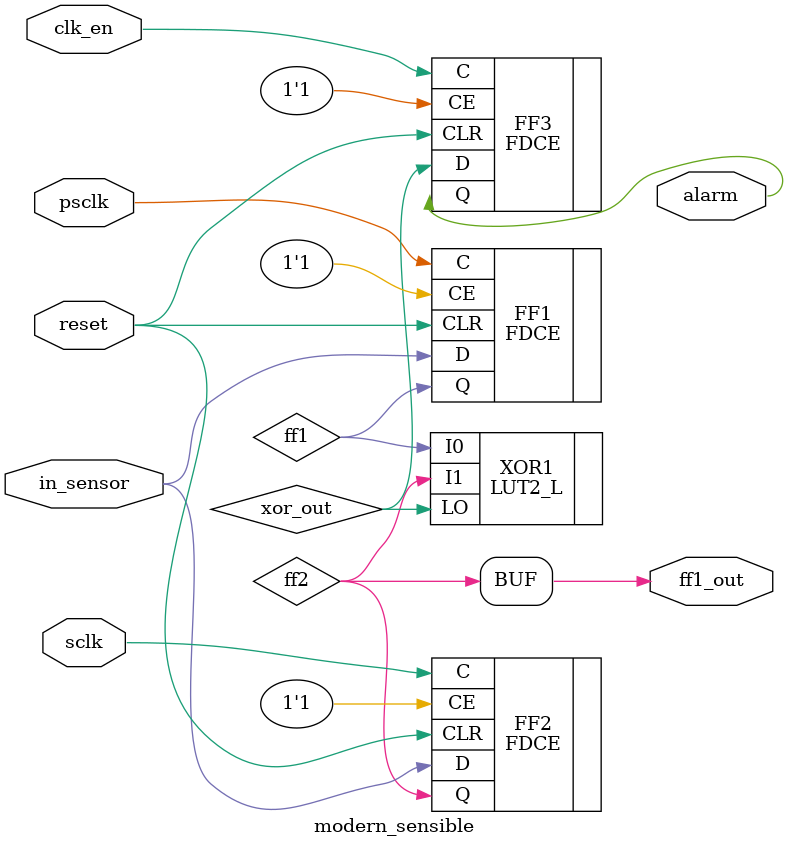
<source format=v>
`timescale 1ns / 1ps


module modern_sensible(
    input sclk,
    input  psclk, 
    input  in_sensor,
    input reset,
    input clk_en,
    output  alarm,
    output ff1_out
    //output wire ff1_out
    );
	 
	 wire xor_out;
	 wire ff1;
	 wire ff2;
	 wire and_out;
	 wire buff_out;
	
	assign ff1_out = ff2;
	
	/*(* AREA_GROUP = "sensor" *)
	(* U_SET= "sensor" *)
	(* dont_touch = "true" *)
	 LUT1_L #(.INIT(2'b10) // Specify LUT Contents
	)BUF1 (
	.LO(buff_out), // Connect to the output of a LUT
	.I0(and_out) // Connect to the input of a LUT
	);*/
	
	(* AREA_GROUP = "sensor" *)
	(* U_SET= "sensor" *)
	(* dont_touch = "true" *)
	LUT2_L #(
	.INIT(4'b0110) // Specify LUT Contents
	) XOR1 (
	.LO(xor_out), // LUT local output
	.I0(ff1), // LUT input
	.I1(ff2) // LUT input
	);
	
	/*(* AREA_GROUP = "sensor" *)
	(* U_SET= "sensor" *)
	(* dont_touch = "true" *)
	LUT2_L #(
	.INIT(4'b1000) // Specify LUT Contents
	) AND1 (
	.LO(and_out), // LUT local output
	.I0(clk_en), // LUT input
	.I1(xor_out) // LUT input
	);*/
	
	
	(* AREA_GROUP = "sensor" *)
	(* U_SET= "sensor" *)
	(* dont_touch = "true" *)
	FDCE #(
	.INIT(1'b0) // Initial value of register (1'b0 or 1'b1)
	) FF1 (
	.Q(ff1), // Data output
	.C(psclk), // Clock input
	.CE(1'b1), // Clock enable input
	.CLR(reset), // Asynchronous clear input
	.D(in_sensor) // Data input
	);
	
	(* AREA_GROUP = "sensor" *)
	(* U_SET= "sensor" *)
	(* dont_touch = "true" *)
	FDCE #(
	.INIT(1'b0) // Initial value of register (1'b0 or 1'b1)
	) FF2 (
	.Q(ff2), // Data output
	.C(sclk), // Clock input
	.CE(1'b1), // Clock enable input
	.CLR(reset), // Asynchronous clear input
	.D(in_sensor) // Data input
	);
	
	(* AREA_GROUP = "sensor" *)
	(* U_SET= "sensor" *)
	(* dont_touch = "true" *)
	FDCE #(
	.INIT(1'b0) // Initial value of register (1'b0 or 1'b1)
	) FF3 (
	.Q(alarm), // Data output
	.C(clk_en), // Clock input
	.CE(1'b1), // Clock enable input
	.CLR(reset), // Asynchronous clear input
	.D(xor_out) // Data input
	);

    //assign ff1_out = ff1;

endmodule
</source>
